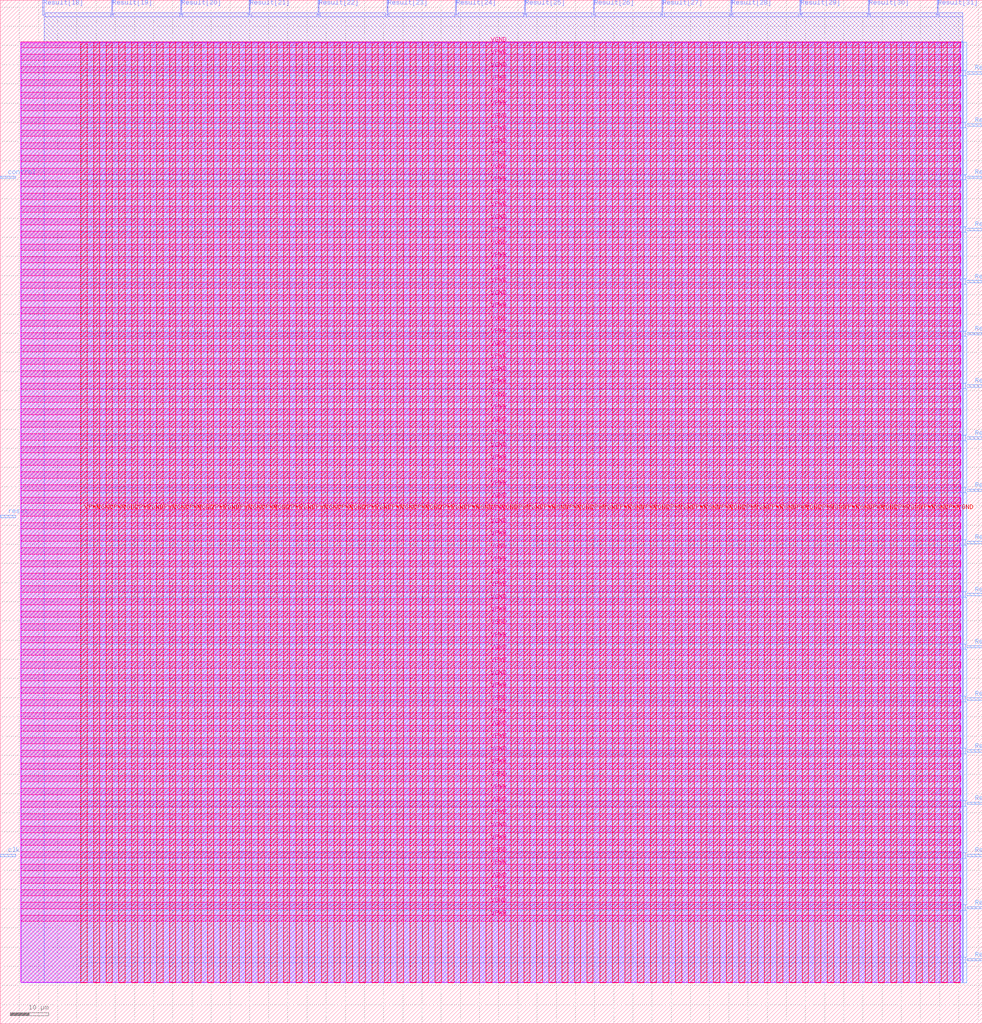
<source format=lef>
VERSION 5.7 ;
  NOWIREEXTENSIONATPIN ON ;
  DIVIDERCHAR "/" ;
  BUSBITCHARS "[]" ;
MACRO TopModule
  CLASS BLOCK ;
  FOREIGN TopModule ;
  ORIGIN 0.000 0.000 ;
  SIZE 256.105 BY 266.825 ;
  PIN Result[0]
    DIRECTION OUTPUT ;
    USE SIGNAL ;
    PORT
      LAYER met3 ;
        RECT 252.105 16.360 256.105 16.960 ;
    END
  END Result[0]
  PIN Result[10]
    DIRECTION OUTPUT ;
    USE SIGNAL ;
    PORT
      LAYER met3 ;
        RECT 252.105 152.360 256.105 152.960 ;
    END
  END Result[10]
  PIN Result[11]
    DIRECTION OUTPUT ;
    USE SIGNAL ;
    PORT
      LAYER met3 ;
        RECT 252.105 165.960 256.105 166.560 ;
    END
  END Result[11]
  PIN Result[12]
    DIRECTION OUTPUT ;
    USE SIGNAL ;
    PORT
      LAYER met3 ;
        RECT 252.105 179.560 256.105 180.160 ;
    END
  END Result[12]
  PIN Result[13]
    DIRECTION OUTPUT ;
    USE SIGNAL ;
    PORT
      LAYER met3 ;
        RECT 252.105 193.160 256.105 193.760 ;
    END
  END Result[13]
  PIN Result[14]
    DIRECTION OUTPUT ;
    USE SIGNAL ;
    PORT
      LAYER met3 ;
        RECT 252.105 206.760 256.105 207.360 ;
    END
  END Result[14]
  PIN Result[15]
    DIRECTION OUTPUT ;
    USE SIGNAL ;
    PORT
      LAYER met3 ;
        RECT 252.105 220.360 256.105 220.960 ;
    END
  END Result[15]
  PIN Result[16]
    DIRECTION OUTPUT ;
    USE SIGNAL ;
    PORT
      LAYER met3 ;
        RECT 252.105 233.960 256.105 234.560 ;
    END
  END Result[16]
  PIN Result[17]
    DIRECTION OUTPUT ;
    USE SIGNAL ;
    PORT
      LAYER met3 ;
        RECT 252.105 247.560 256.105 248.160 ;
    END
  END Result[17]
  PIN Result[18]
    DIRECTION OUTPUT ;
    USE SIGNAL ;
    PORT
      LAYER met2 ;
        RECT 11.130 262.825 11.410 266.825 ;
    END
  END Result[18]
  PIN Result[19]
    DIRECTION OUTPUT ;
    USE SIGNAL ;
    PORT
      LAYER met2 ;
        RECT 29.070 262.825 29.350 266.825 ;
    END
  END Result[19]
  PIN Result[1]
    DIRECTION OUTPUT ;
    USE SIGNAL ;
    PORT
      LAYER met3 ;
        RECT 252.105 29.960 256.105 30.560 ;
    END
  END Result[1]
  PIN Result[20]
    DIRECTION OUTPUT ;
    USE SIGNAL ;
    PORT
      LAYER met2 ;
        RECT 47.010 262.825 47.290 266.825 ;
    END
  END Result[20]
  PIN Result[21]
    DIRECTION OUTPUT ;
    USE SIGNAL ;
    PORT
      LAYER met2 ;
        RECT 64.950 262.825 65.230 266.825 ;
    END
  END Result[21]
  PIN Result[22]
    DIRECTION OUTPUT ;
    USE SIGNAL ;
    PORT
      LAYER met2 ;
        RECT 82.890 262.825 83.170 266.825 ;
    END
  END Result[22]
  PIN Result[23]
    DIRECTION OUTPUT ;
    USE SIGNAL ;
    PORT
      LAYER met2 ;
        RECT 100.830 262.825 101.110 266.825 ;
    END
  END Result[23]
  PIN Result[24]
    DIRECTION OUTPUT ;
    USE SIGNAL ;
    PORT
      LAYER met2 ;
        RECT 118.770 262.825 119.050 266.825 ;
    END
  END Result[24]
  PIN Result[25]
    DIRECTION OUTPUT ;
    USE SIGNAL ;
    PORT
      LAYER met2 ;
        RECT 136.710 262.825 136.990 266.825 ;
    END
  END Result[25]
  PIN Result[26]
    DIRECTION OUTPUT ;
    USE SIGNAL ;
    PORT
      LAYER met2 ;
        RECT 154.650 262.825 154.930 266.825 ;
    END
  END Result[26]
  PIN Result[27]
    DIRECTION OUTPUT ;
    USE SIGNAL ;
    PORT
      LAYER met2 ;
        RECT 172.590 262.825 172.870 266.825 ;
    END
  END Result[27]
  PIN Result[28]
    DIRECTION OUTPUT ;
    USE SIGNAL ;
    PORT
      LAYER met2 ;
        RECT 190.530 262.825 190.810 266.825 ;
    END
  END Result[28]
  PIN Result[29]
    DIRECTION OUTPUT ;
    USE SIGNAL ;
    PORT
      LAYER met2 ;
        RECT 208.470 262.825 208.750 266.825 ;
    END
  END Result[29]
  PIN Result[2]
    DIRECTION OUTPUT ;
    USE SIGNAL ;
    PORT
      LAYER met3 ;
        RECT 252.105 43.560 256.105 44.160 ;
    END
  END Result[2]
  PIN Result[30]
    DIRECTION OUTPUT ;
    USE SIGNAL ;
    PORT
      LAYER met2 ;
        RECT 226.410 262.825 226.690 266.825 ;
    END
  END Result[30]
  PIN Result[31]
    DIRECTION OUTPUT ;
    USE SIGNAL ;
    PORT
      LAYER met2 ;
        RECT 244.350 262.825 244.630 266.825 ;
    END
  END Result[31]
  PIN Result[3]
    DIRECTION OUTPUT ;
    USE SIGNAL ;
    PORT
      LAYER met3 ;
        RECT 252.105 57.160 256.105 57.760 ;
    END
  END Result[3]
  PIN Result[4]
    DIRECTION OUTPUT ;
    USE SIGNAL ;
    PORT
      LAYER met3 ;
        RECT 252.105 70.760 256.105 71.360 ;
    END
  END Result[4]
  PIN Result[5]
    DIRECTION OUTPUT ;
    USE SIGNAL ;
    PORT
      LAYER met3 ;
        RECT 252.105 84.360 256.105 84.960 ;
    END
  END Result[5]
  PIN Result[6]
    DIRECTION OUTPUT ;
    USE SIGNAL ;
    PORT
      LAYER met3 ;
        RECT 252.105 97.960 256.105 98.560 ;
    END
  END Result[6]
  PIN Result[7]
    DIRECTION OUTPUT ;
    USE SIGNAL ;
    PORT
      LAYER met3 ;
        RECT 252.105 111.560 256.105 112.160 ;
    END
  END Result[7]
  PIN Result[8]
    DIRECTION OUTPUT ;
    USE SIGNAL ;
    PORT
      LAYER met3 ;
        RECT 252.105 125.160 256.105 125.760 ;
    END
  END Result[8]
  PIN Result[9]
    DIRECTION OUTPUT ;
    USE SIGNAL ;
    PORT
      LAYER met3 ;
        RECT 252.105 138.760 256.105 139.360 ;
    END
  END Result[9]
  PIN VGND
    DIRECTION INOUT ;
    USE GROUND ;
    PORT
      LAYER met4 ;
        RECT 24.340 10.640 25.940 256.030 ;
    END
    PORT
      LAYER met4 ;
        RECT 30.940 10.640 32.540 256.030 ;
    END
    PORT
      LAYER met4 ;
        RECT 37.540 10.640 39.140 256.030 ;
    END
    PORT
      LAYER met4 ;
        RECT 44.140 10.640 45.740 256.030 ;
    END
    PORT
      LAYER met4 ;
        RECT 50.740 10.640 52.340 256.030 ;
    END
    PORT
      LAYER met4 ;
        RECT 57.340 10.640 58.940 256.030 ;
    END
    PORT
      LAYER met4 ;
        RECT 63.940 10.640 65.540 256.030 ;
    END
    PORT
      LAYER met4 ;
        RECT 70.540 10.640 72.140 256.030 ;
    END
    PORT
      LAYER met4 ;
        RECT 77.140 10.640 78.740 256.030 ;
    END
    PORT
      LAYER met4 ;
        RECT 83.740 10.640 85.340 256.030 ;
    END
    PORT
      LAYER met4 ;
        RECT 90.340 10.640 91.940 256.030 ;
    END
    PORT
      LAYER met4 ;
        RECT 96.940 10.640 98.540 256.030 ;
    END
    PORT
      LAYER met4 ;
        RECT 103.540 10.640 105.140 256.030 ;
    END
    PORT
      LAYER met4 ;
        RECT 110.140 10.640 111.740 256.030 ;
    END
    PORT
      LAYER met4 ;
        RECT 116.740 10.640 118.340 256.030 ;
    END
    PORT
      LAYER met4 ;
        RECT 123.340 10.640 124.940 256.030 ;
    END
    PORT
      LAYER met4 ;
        RECT 129.940 10.640 131.540 256.030 ;
    END
    PORT
      LAYER met4 ;
        RECT 136.540 10.640 138.140 256.030 ;
    END
    PORT
      LAYER met4 ;
        RECT 143.140 10.640 144.740 256.030 ;
    END
    PORT
      LAYER met4 ;
        RECT 149.740 10.640 151.340 256.030 ;
    END
    PORT
      LAYER met4 ;
        RECT 156.340 10.640 157.940 256.030 ;
    END
    PORT
      LAYER met4 ;
        RECT 162.940 10.640 164.540 256.030 ;
    END
    PORT
      LAYER met4 ;
        RECT 169.540 10.640 171.140 256.030 ;
    END
    PORT
      LAYER met4 ;
        RECT 176.140 10.640 177.740 256.030 ;
    END
    PORT
      LAYER met4 ;
        RECT 182.740 10.640 184.340 256.030 ;
    END
    PORT
      LAYER met4 ;
        RECT 189.340 10.640 190.940 256.030 ;
    END
    PORT
      LAYER met4 ;
        RECT 195.940 10.640 197.540 256.030 ;
    END
    PORT
      LAYER met4 ;
        RECT 202.540 10.640 204.140 256.030 ;
    END
    PORT
      LAYER met4 ;
        RECT 209.140 10.640 210.740 256.030 ;
    END
    PORT
      LAYER met4 ;
        RECT 215.740 10.640 217.340 256.030 ;
    END
    PORT
      LAYER met4 ;
        RECT 222.340 10.640 223.940 256.030 ;
    END
    PORT
      LAYER met4 ;
        RECT 228.940 10.640 230.540 256.030 ;
    END
    PORT
      LAYER met4 ;
        RECT 235.540 10.640 237.140 256.030 ;
    END
    PORT
      LAYER met4 ;
        RECT 242.140 10.640 243.740 256.030 ;
    END
    PORT
      LAYER met4 ;
        RECT 248.740 10.640 250.340 256.030 ;
    END
    PORT
      LAYER met5 ;
        RECT 5.280 30.030 250.480 31.630 ;
    END
    PORT
      LAYER met5 ;
        RECT 5.280 36.630 250.480 38.230 ;
    END
    PORT
      LAYER met5 ;
        RECT 5.280 43.230 250.480 44.830 ;
    END
    PORT
      LAYER met5 ;
        RECT 5.280 49.830 250.480 51.430 ;
    END
    PORT
      LAYER met5 ;
        RECT 5.280 56.430 250.480 58.030 ;
    END
    PORT
      LAYER met5 ;
        RECT 5.280 63.030 250.480 64.630 ;
    END
    PORT
      LAYER met5 ;
        RECT 5.280 69.630 250.480 71.230 ;
    END
    PORT
      LAYER met5 ;
        RECT 5.280 76.230 250.480 77.830 ;
    END
    PORT
      LAYER met5 ;
        RECT 5.280 82.830 250.480 84.430 ;
    END
    PORT
      LAYER met5 ;
        RECT 5.280 89.430 250.480 91.030 ;
    END
    PORT
      LAYER met5 ;
        RECT 5.280 96.030 250.480 97.630 ;
    END
    PORT
      LAYER met5 ;
        RECT 5.280 102.630 250.480 104.230 ;
    END
    PORT
      LAYER met5 ;
        RECT 5.280 109.230 250.480 110.830 ;
    END
    PORT
      LAYER met5 ;
        RECT 5.280 115.830 250.480 117.430 ;
    END
    PORT
      LAYER met5 ;
        RECT 5.280 122.430 250.480 124.030 ;
    END
    PORT
      LAYER met5 ;
        RECT 5.280 129.030 250.480 130.630 ;
    END
    PORT
      LAYER met5 ;
        RECT 5.280 135.630 250.480 137.230 ;
    END
    PORT
      LAYER met5 ;
        RECT 5.280 142.230 250.480 143.830 ;
    END
    PORT
      LAYER met5 ;
        RECT 5.280 148.830 250.480 150.430 ;
    END
    PORT
      LAYER met5 ;
        RECT 5.280 155.430 250.480 157.030 ;
    END
    PORT
      LAYER met5 ;
        RECT 5.280 162.030 250.480 163.630 ;
    END
    PORT
      LAYER met5 ;
        RECT 5.280 168.630 250.480 170.230 ;
    END
    PORT
      LAYER met5 ;
        RECT 5.280 175.230 250.480 176.830 ;
    END
    PORT
      LAYER met5 ;
        RECT 5.280 181.830 250.480 183.430 ;
    END
    PORT
      LAYER met5 ;
        RECT 5.280 188.430 250.480 190.030 ;
    END
    PORT
      LAYER met5 ;
        RECT 5.280 195.030 250.480 196.630 ;
    END
    PORT
      LAYER met5 ;
        RECT 5.280 201.630 250.480 203.230 ;
    END
    PORT
      LAYER met5 ;
        RECT 5.280 208.230 250.480 209.830 ;
    END
    PORT
      LAYER met5 ;
        RECT 5.280 214.830 250.480 216.430 ;
    END
    PORT
      LAYER met5 ;
        RECT 5.280 221.430 250.480 223.030 ;
    END
    PORT
      LAYER met5 ;
        RECT 5.280 228.030 250.480 229.630 ;
    END
    PORT
      LAYER met5 ;
        RECT 5.280 234.630 250.480 236.230 ;
    END
    PORT
      LAYER met5 ;
        RECT 5.280 241.230 250.480 242.830 ;
    END
    PORT
      LAYER met5 ;
        RECT 5.280 247.830 250.480 249.430 ;
    END
    PORT
      LAYER met5 ;
        RECT 5.280 254.430 250.480 256.030 ;
    END
  END VGND
  PIN VPWR
    DIRECTION INOUT ;
    USE POWER ;
    PORT
      LAYER met4 ;
        RECT 21.040 10.640 22.640 255.920 ;
    END
    PORT
      LAYER met4 ;
        RECT 27.640 10.640 29.240 255.920 ;
    END
    PORT
      LAYER met4 ;
        RECT 34.240 10.640 35.840 255.920 ;
    END
    PORT
      LAYER met4 ;
        RECT 40.840 10.640 42.440 255.920 ;
    END
    PORT
      LAYER met4 ;
        RECT 47.440 10.640 49.040 255.920 ;
    END
    PORT
      LAYER met4 ;
        RECT 54.040 10.640 55.640 255.920 ;
    END
    PORT
      LAYER met4 ;
        RECT 60.640 10.640 62.240 255.920 ;
    END
    PORT
      LAYER met4 ;
        RECT 67.240 10.640 68.840 255.920 ;
    END
    PORT
      LAYER met4 ;
        RECT 73.840 10.640 75.440 255.920 ;
    END
    PORT
      LAYER met4 ;
        RECT 80.440 10.640 82.040 255.920 ;
    END
    PORT
      LAYER met4 ;
        RECT 87.040 10.640 88.640 255.920 ;
    END
    PORT
      LAYER met4 ;
        RECT 93.640 10.640 95.240 255.920 ;
    END
    PORT
      LAYER met4 ;
        RECT 100.240 10.640 101.840 255.920 ;
    END
    PORT
      LAYER met4 ;
        RECT 106.840 10.640 108.440 255.920 ;
    END
    PORT
      LAYER met4 ;
        RECT 113.440 10.640 115.040 255.920 ;
    END
    PORT
      LAYER met4 ;
        RECT 120.040 10.640 121.640 255.920 ;
    END
    PORT
      LAYER met4 ;
        RECT 126.640 10.640 128.240 255.920 ;
    END
    PORT
      LAYER met4 ;
        RECT 133.240 10.640 134.840 255.920 ;
    END
    PORT
      LAYER met4 ;
        RECT 139.840 10.640 141.440 255.920 ;
    END
    PORT
      LAYER met4 ;
        RECT 146.440 10.640 148.040 255.920 ;
    END
    PORT
      LAYER met4 ;
        RECT 153.040 10.640 154.640 255.920 ;
    END
    PORT
      LAYER met4 ;
        RECT 159.640 10.640 161.240 255.920 ;
    END
    PORT
      LAYER met4 ;
        RECT 166.240 10.640 167.840 255.920 ;
    END
    PORT
      LAYER met4 ;
        RECT 172.840 10.640 174.440 255.920 ;
    END
    PORT
      LAYER met4 ;
        RECT 179.440 10.640 181.040 255.920 ;
    END
    PORT
      LAYER met4 ;
        RECT 186.040 10.640 187.640 255.920 ;
    END
    PORT
      LAYER met4 ;
        RECT 192.640 10.640 194.240 255.920 ;
    END
    PORT
      LAYER met4 ;
        RECT 199.240 10.640 200.840 255.920 ;
    END
    PORT
      LAYER met4 ;
        RECT 205.840 10.640 207.440 255.920 ;
    END
    PORT
      LAYER met4 ;
        RECT 212.440 10.640 214.040 255.920 ;
    END
    PORT
      LAYER met4 ;
        RECT 219.040 10.640 220.640 255.920 ;
    END
    PORT
      LAYER met4 ;
        RECT 225.640 10.640 227.240 255.920 ;
    END
    PORT
      LAYER met4 ;
        RECT 232.240 10.640 233.840 255.920 ;
    END
    PORT
      LAYER met4 ;
        RECT 238.840 10.640 240.440 255.920 ;
    END
    PORT
      LAYER met4 ;
        RECT 245.440 10.640 247.040 255.920 ;
    END
    PORT
      LAYER met5 ;
        RECT 5.280 26.730 250.480 28.330 ;
    END
    PORT
      LAYER met5 ;
        RECT 5.280 33.330 250.480 34.930 ;
    END
    PORT
      LAYER met5 ;
        RECT 5.280 39.930 250.480 41.530 ;
    END
    PORT
      LAYER met5 ;
        RECT 5.280 46.530 250.480 48.130 ;
    END
    PORT
      LAYER met5 ;
        RECT 5.280 53.130 250.480 54.730 ;
    END
    PORT
      LAYER met5 ;
        RECT 5.280 59.730 250.480 61.330 ;
    END
    PORT
      LAYER met5 ;
        RECT 5.280 66.330 250.480 67.930 ;
    END
    PORT
      LAYER met5 ;
        RECT 5.280 72.930 250.480 74.530 ;
    END
    PORT
      LAYER met5 ;
        RECT 5.280 79.530 250.480 81.130 ;
    END
    PORT
      LAYER met5 ;
        RECT 5.280 86.130 250.480 87.730 ;
    END
    PORT
      LAYER met5 ;
        RECT 5.280 92.730 250.480 94.330 ;
    END
    PORT
      LAYER met5 ;
        RECT 5.280 99.330 250.480 100.930 ;
    END
    PORT
      LAYER met5 ;
        RECT 5.280 105.930 250.480 107.530 ;
    END
    PORT
      LAYER met5 ;
        RECT 5.280 112.530 250.480 114.130 ;
    END
    PORT
      LAYER met5 ;
        RECT 5.280 119.130 250.480 120.730 ;
    END
    PORT
      LAYER met5 ;
        RECT 5.280 125.730 250.480 127.330 ;
    END
    PORT
      LAYER met5 ;
        RECT 5.280 132.330 250.480 133.930 ;
    END
    PORT
      LAYER met5 ;
        RECT 5.280 138.930 250.480 140.530 ;
    END
    PORT
      LAYER met5 ;
        RECT 5.280 145.530 250.480 147.130 ;
    END
    PORT
      LAYER met5 ;
        RECT 5.280 152.130 250.480 153.730 ;
    END
    PORT
      LAYER met5 ;
        RECT 5.280 158.730 250.480 160.330 ;
    END
    PORT
      LAYER met5 ;
        RECT 5.280 165.330 250.480 166.930 ;
    END
    PORT
      LAYER met5 ;
        RECT 5.280 171.930 250.480 173.530 ;
    END
    PORT
      LAYER met5 ;
        RECT 5.280 178.530 250.480 180.130 ;
    END
    PORT
      LAYER met5 ;
        RECT 5.280 185.130 250.480 186.730 ;
    END
    PORT
      LAYER met5 ;
        RECT 5.280 191.730 250.480 193.330 ;
    END
    PORT
      LAYER met5 ;
        RECT 5.280 198.330 250.480 199.930 ;
    END
    PORT
      LAYER met5 ;
        RECT 5.280 204.930 250.480 206.530 ;
    END
    PORT
      LAYER met5 ;
        RECT 5.280 211.530 250.480 213.130 ;
    END
    PORT
      LAYER met5 ;
        RECT 5.280 218.130 250.480 219.730 ;
    END
    PORT
      LAYER met5 ;
        RECT 5.280 224.730 250.480 226.330 ;
    END
    PORT
      LAYER met5 ;
        RECT 5.280 231.330 250.480 232.930 ;
    END
    PORT
      LAYER met5 ;
        RECT 5.280 237.930 250.480 239.530 ;
    END
    PORT
      LAYER met5 ;
        RECT 5.280 244.530 250.480 246.130 ;
    END
    PORT
      LAYER met5 ;
        RECT 5.280 251.130 250.480 252.730 ;
    END
  END VPWR
  PIN clk
    DIRECTION INPUT ;
    USE SIGNAL ;
    PORT
      LAYER met3 ;
        RECT 0.000 43.560 4.000 44.160 ;
    END
  END clk
  PIN control
    DIRECTION INPUT ;
    USE SIGNAL ;
    PORT
      LAYER met3 ;
        RECT 0.000 220.360 4.000 220.960 ;
    END
  END control
  PIN reset
    DIRECTION INPUT ;
    USE SIGNAL ;
    PORT
      LAYER met3 ;
        RECT 0.000 131.960 4.000 132.560 ;
    END
  END reset
  OBS
      LAYER nwell ;
        RECT 5.330 10.795 250.430 255.765 ;
      LAYER li1 ;
        RECT 5.520 10.795 250.240 255.765 ;
      LAYER met1 ;
        RECT 5.520 10.640 251.090 255.920 ;
      LAYER met2 ;
        RECT 11.690 262.545 28.790 263.570 ;
        RECT 29.630 262.545 46.730 263.570 ;
        RECT 47.570 262.545 64.670 263.570 ;
        RECT 65.510 262.545 82.610 263.570 ;
        RECT 83.450 262.545 100.550 263.570 ;
        RECT 101.390 262.545 118.490 263.570 ;
        RECT 119.330 262.545 136.430 263.570 ;
        RECT 137.270 262.545 154.370 263.570 ;
        RECT 155.210 262.545 172.310 263.570 ;
        RECT 173.150 262.545 190.250 263.570 ;
        RECT 191.090 262.545 208.190 263.570 ;
        RECT 209.030 262.545 226.130 263.570 ;
        RECT 226.970 262.545 244.070 263.570 ;
        RECT 244.910 262.545 251.070 263.570 ;
        RECT 11.410 10.695 251.070 262.545 ;
      LAYER met3 ;
        RECT 21.050 248.560 252.105 255.845 ;
        RECT 21.050 247.160 251.705 248.560 ;
        RECT 21.050 234.960 252.105 247.160 ;
        RECT 21.050 233.560 251.705 234.960 ;
        RECT 21.050 221.360 252.105 233.560 ;
        RECT 21.050 219.960 251.705 221.360 ;
        RECT 21.050 207.760 252.105 219.960 ;
        RECT 21.050 206.360 251.705 207.760 ;
        RECT 21.050 194.160 252.105 206.360 ;
        RECT 21.050 192.760 251.705 194.160 ;
        RECT 21.050 180.560 252.105 192.760 ;
        RECT 21.050 179.160 251.705 180.560 ;
        RECT 21.050 166.960 252.105 179.160 ;
        RECT 21.050 165.560 251.705 166.960 ;
        RECT 21.050 153.360 252.105 165.560 ;
        RECT 21.050 151.960 251.705 153.360 ;
        RECT 21.050 139.760 252.105 151.960 ;
        RECT 21.050 138.360 251.705 139.760 ;
        RECT 21.050 126.160 252.105 138.360 ;
        RECT 21.050 124.760 251.705 126.160 ;
        RECT 21.050 112.560 252.105 124.760 ;
        RECT 21.050 111.160 251.705 112.560 ;
        RECT 21.050 98.960 252.105 111.160 ;
        RECT 21.050 97.560 251.705 98.960 ;
        RECT 21.050 85.360 252.105 97.560 ;
        RECT 21.050 83.960 251.705 85.360 ;
        RECT 21.050 71.760 252.105 83.960 ;
        RECT 21.050 70.360 251.705 71.760 ;
        RECT 21.050 58.160 252.105 70.360 ;
        RECT 21.050 56.760 251.705 58.160 ;
        RECT 21.050 44.560 252.105 56.760 ;
        RECT 21.050 43.160 251.705 44.560 ;
        RECT 21.050 30.960 252.105 43.160 ;
        RECT 21.050 29.560 251.705 30.960 ;
        RECT 21.050 17.360 252.105 29.560 ;
        RECT 21.050 15.960 251.705 17.360 ;
        RECT 21.050 10.715 252.105 15.960 ;
  END
END TopModule
END LIBRARY


</source>
